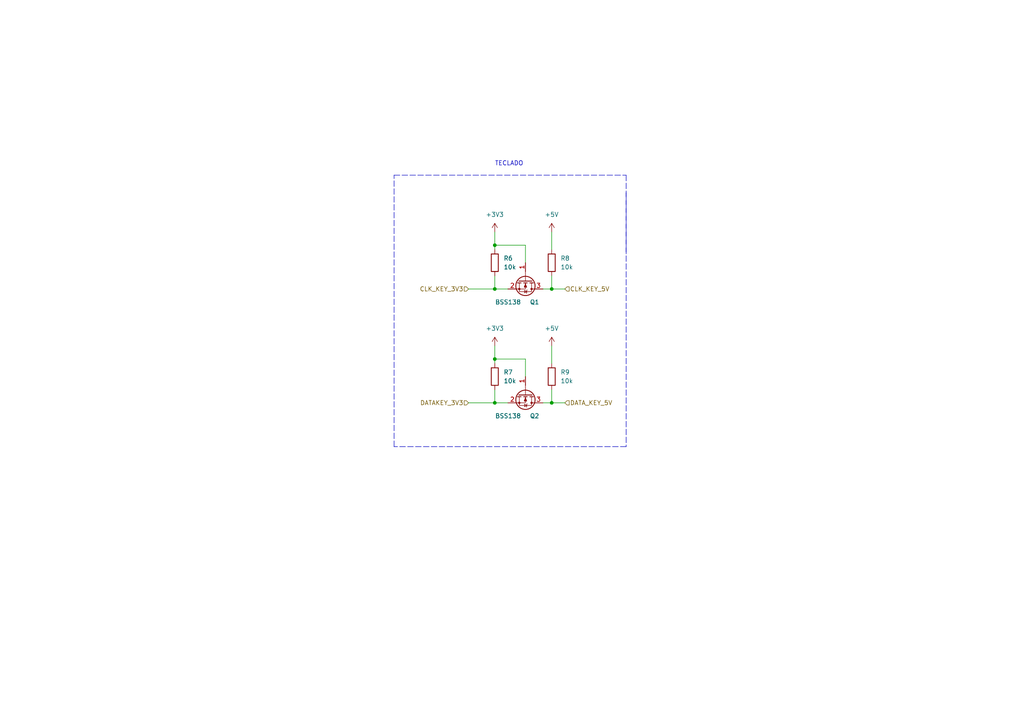
<source format=kicad_sch>
(kicad_sch (version 20211123) (generator eeschema)
  (paper "A4")
  (lib_symbols
    (symbol "Device:R" (pin_numbers hide) (pin_names (offset 0))
      (property "Reference" "R" (at 2.032 0 90))
      (property "Value" "R" (at 0 0 90))
      (symbol "R_0_1"
        (rectangle (start -1.016 -2.54) (end 1.016 2.54) (stroke (width 0.254)))
      )
      (symbol "R_1_1"
        (pin passive line (at 0 3.81 270) (length 1.27) (name "~") (number "1"))
        (pin passive line (at 0 -3.81 90) (length 1.27) (name "~") (number "2"))
      )
    )
    (symbol "Transistor_FET:BSS138" (pin_names hide)
      (property "Reference" "Q" (at 5.08 1.905 0))
      (property "Value" "BSS138" (at 5.08 0 0))
      (symbol "BSS138_0_1"
        (polyline (pts (xy 0.254 0) (xy -2.54 0)))
        (polyline (pts (xy 0.254 1.905) (xy 0.254 -1.905)) (stroke (width 0.254)))
        (polyline (pts (xy 0.762 -1.27) (xy 0.762 -2.286)) (stroke (width 0.254)))
        (polyline (pts (xy 0.762 0.508) (xy 0.762 -0.508)) (stroke (width 0.254)))
        (polyline (pts (xy 0.762 2.286) (xy 0.762 1.27)) (stroke (width 0.254)))
        (polyline (pts (xy 2.54 2.54) (xy 2.54 1.778)))
        (polyline (pts (xy 2.54 -2.54) (xy 2.54 0) (xy 0.762 0)))
        (polyline (pts (xy 0.762 -1.778) (xy 3.302 -1.778) (xy 3.302 1.778) (xy 0.762 1.778)))
        (polyline (pts (xy 1.016 0) (xy 2.032 0.381) (xy 2.032 -0.381) (xy 1.016 0)) (fill (type outline)))
        (polyline (pts (xy 2.794 0.508) (xy 2.921 0.381) (xy 3.683 0.381) (xy 3.81 0.254)))
        (polyline (pts (xy 3.302 0.381) (xy 2.921 -0.254) (xy 3.683 -0.254) (xy 3.302 0.381)))
        (circle (center 1.651 0) (radius 2.794) (stroke (width 0.254)))
        (circle (center 2.54 -1.778) (radius 0.254) (fill (type outline)))
        (circle (center 2.54 1.778) (radius 0.254) (fill (type outline)))
      )
      (symbol "BSS138_1_1"
        (pin input line (at -5.08 0 0) (length 2.54) (name "G") (number "1"))
        (pin passive line (at 2.54 -5.08 90) (length 2.54) (name "S") (number "2"))
        (pin passive line (at 2.54 5.08 270) (length 2.54) (name "D") (number "3"))
      )
    )
    (symbol "power:+3.3V" (power) (pin_names (offset 0))
      (property "Value" "+3.3V" (at 0 3.556 0))
      (symbol "+3.3V_0_1"
        (polyline (pts (xy -0.762 1.27) (xy 0 2.54)))
        (polyline (pts (xy 0 0) (xy 0 2.54)))
        (polyline (pts (xy 0 2.54) (xy 0.762 1.27)))
      )
      (symbol "+3.3V_1_1"
        (pin power_in line (at 0 0 90) (length 0) hide (name "+3V3") (number "1"))
      )
    )
    (symbol "power:+5V" (power) (pin_names (offset 0))
      (property "Value" "+5V" (at 0 3.556 0))
      (symbol "+5V_0_1"
        (polyline (pts (xy -0.762 1.27) (xy 0 2.54)))
        (polyline (pts (xy 0 0) (xy 0 2.54)))
        (polyline (pts (xy 0 2.54) (xy 0.762 1.27)))
      )
      (symbol "+5V_1_1"
        (pin power_in line (at 0 0 90) (length 0) hide (name "+5V") (number "1"))
      )
    )
  )
  (junction (at 143.51 116.84))
  (junction (at 143.51 104.14))
  (junction (at 143.51 83.82))
  (junction (at 160.02 83.82))
  (junction (at 160.02 116.84))
  (junction (at 143.51 71.12))
  (wire (pts (xy 152.4 76.2) (xy 152.4 71.12)))
  (wire (pts (xy 143.51 67.31) (xy 143.51 71.12)))
  (wire (pts (xy 160.02 83.82) (xy 163.83 83.82)))
  (wire (pts (xy 143.51 83.82) (xy 147.32 83.82)))
  (wire (pts (xy 152.4 109.22) (xy 152.4 104.14)))
  (polyline (pts (xy 181.61 129.54) (xy 114.3 129.54)))
  (wire (pts (xy 143.51 100.33) (xy 143.51 104.14)))
  (wire (pts (xy 160.02 67.31) (xy 160.02 72.39)))
  (wire (pts (xy 143.51 116.84) (xy 147.32 116.84)))
  (wire (pts (xy 143.51 80.01) (xy 143.51 83.82)))
  (wire (pts (xy 160.02 116.84) (xy 163.83 116.84)))
  (polyline (pts (xy 181.61 55.88) (xy 181.61 129.54)))
  (wire (pts (xy 143.51 71.12) (xy 143.51 72.39)))
  (polyline (pts (xy 114.3 50.8) (xy 181.61 50.8)))
  (wire (pts (xy 143.51 104.14) (xy 143.51 105.41)))
  (wire (pts (xy 160.02 83.82) (xy 160.02 80.01)))
  (wire (pts (xy 157.48 83.82) (xy 160.02 83.82)))
  (wire (pts (xy 157.48 116.84) (xy 160.02 116.84)))
  (polyline (pts (xy 114.3 129.54) (xy 114.3 50.8)))
  (wire (pts (xy 152.4 104.14) (xy 143.51 104.14)))
  (wire (pts (xy 135.89 116.84) (xy 143.51 116.84)))
  (wire (pts (xy 135.89 83.82) (xy 143.51 83.82)))
  (wire (pts (xy 143.51 113.03) (xy 143.51 116.84)))
  (polyline (pts (xy 181.61 50.8) (xy 181.61 73.66)))
  (wire (pts (xy 152.4 71.12) (xy 143.51 71.12)))
  (wire (pts (xy 160.02 116.84) (xy 160.02 113.03)))
  (wire (pts (xy 160.02 100.33) (xy 160.02 105.41)))
  (text "TECLADO\n" (at 143.51 48.26 0) (effects (font (size 1.27 1.27)) (justify left bottom)))
  (hierarchical_label "CLK_KEY_5V" (shape input) (at 163.83 83.82 0))
  (hierarchical_label "DATAKEY_3V3" (shape input) (at 135.89 116.84 180))
  (hierarchical_label "DATA_KEY_5V" (shape input) (at 163.83 116.84 0))
  (hierarchical_label "CLK_KEY_3V3" (shape input) (at 135.89 83.82 180))
  (symbol (lib_id "Device:R") (at 143.51 76.2 0) (unit 1)
    (property "Reference" "R6" (at 146.05 74.9299 0) (effects (justify left)))
    (property "Value" "10k" (at 146.05 77.4699 0) (effects (justify left)))
    (property "Footprint" "Resistor_SMD:R_0805_2012Metric_Pad1.20x1.40mm_HandSolder" (effects hide))
  )
  (symbol (lib_id "power:+5V") (at 160.02 100.33 0) (unit 1)
    (property "Reference" "#PWR045" (effects hide))
    (property "Value" "+5V" (at 160.02 95.25 0))
  )
  (symbol (lib_id "power:+3.3V") (at 143.51 67.31 0) (unit 1)
    (property "Reference" "#PWR042" (effects hide))
    (property "Value" "+3.3V" (at 143.51 62.23 0))
  )
  (symbol (lib_id "Transistor_FET:BSS138") (at 152.4 114.3 270) (unit 1)
    (property "Reference" "Q2" (at 153.6701 120.65 90) (effects (justify left)))
    (property "Value" "BSS138" (at 151.1301 120.65 90) (effects (justify right)))
    (property "Footprint" "Package_TO_SOT_SMD:SOT-23" (effects hide))
    (property "Datasheet" "https://www.onsemi.com/pub/Collateral/BSS138-D.PDF" (effects hide))
  )
  (symbol (lib_id "Transistor_FET:BSS138") (at 152.4 81.28 270) (unit 1)
    (property "Reference" "Q1" (at 153.6701 87.63 90) (effects (justify left)))
    (property "Value" "BSS138" (at 151.1301 87.63 90) (effects (justify right)))
    (property "Footprint" "Package_TO_SOT_SMD:SOT-23" (effects hide))
    (property "Datasheet" "https://www.onsemi.com/pub/Collateral/BSS138-D.PDF" (effects hide))
  )
  (symbol (lib_id "Device:R") (at 143.51 109.22 0) (unit 1)
    (property "Reference" "R7" (at 146.05 107.9499 0) (effects (justify left)))
    (property "Value" "10k" (at 146.05 110.4899 0) (effects (justify left)))
    (property "Footprint" "Resistor_SMD:R_0805_2012Metric_Pad1.20x1.40mm_HandSolder" (effects hide))
  )
  (symbol (lib_id "power:+3.3V") (at 143.51 100.33 0) (unit 1)
    (property "Reference" "#PWR043" (effects hide))
    (property "Value" "+3.3V" (at 143.51 95.25 0))
  )
  (symbol (lib_id "Device:R") (at 160.02 109.22 0) (unit 1)
    (property "Reference" "R9" (at 162.56 107.9499 0) (effects (justify left)))
    (property "Value" "10k" (at 162.56 110.4899 0) (effects (justify left)))
    (property "Footprint" "Resistor_SMD:R_0805_2012Metric_Pad1.20x1.40mm_HandSolder" (effects hide))
  )
  (symbol (lib_id "power:+5V") (at 160.02 67.31 0) (unit 1)
    (property "Reference" "#PWR044" (effects hide))
    (property "Value" "+5V" (at 160.02 62.23 0))
  )
  (symbol (lib_id "Device:R") (at 160.02 76.2 0) (unit 1)
    (property "Reference" "R8" (at 162.56 74.9299 0) (effects (justify left)))
    (property "Value" "10k" (at 162.56 77.4699 0) (effects (justify left)))
    (property "Footprint" "Resistor_SMD:R_0805_2012Metric_Pad1.20x1.40mm_HandSolder" (effects hide))
  )
)
</source>
